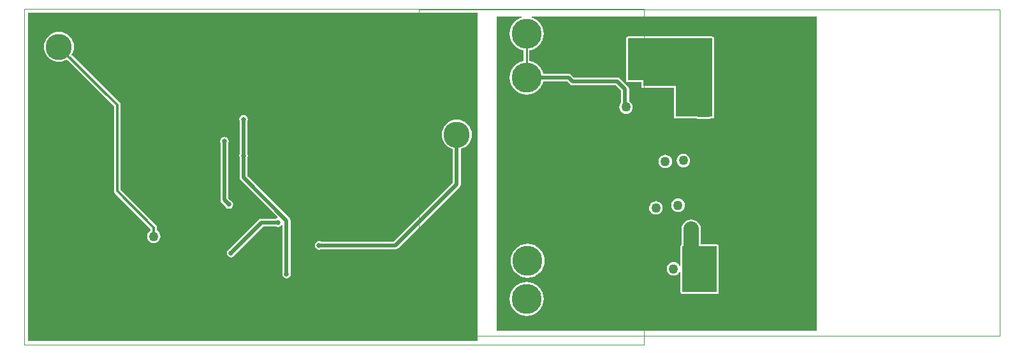
<source format=gbl>
G04*
G04 #@! TF.GenerationSoftware,Altium Limited,Altium Designer,19.1.1 (5)*
G04*
G04 Layer_Physical_Order=2*
G04 Layer_Color=16711680*
%FSLAX25Y25*%
%MOIN*%
G70*
G01*
G75*
%ADD23C,0.01400*%
%ADD24C,0.01000*%
%ADD25C,0.02000*%
%ADD33C,0.02500*%
%ADD34C,0.13700*%
%ADD35C,0.05000*%
%ADD36C,0.00100*%
%ADD37C,0.15700*%
%ADD38C,0.02800*%
%ADD39C,0.06000*%
%ADD40C,0.08000*%
%ADD41C,0.08000*%
G36*
X517300Y492410D02*
Y327610D01*
X349800D01*
Y409010D01*
X349800Y492410D01*
X362959D01*
X363034Y491910D01*
X362097Y491626D01*
X360560Y490804D01*
X359212Y489698D01*
X358106Y488351D01*
X357284Y486813D01*
X356778Y485145D01*
X356607Y483410D01*
X356778Y481675D01*
X357284Y480007D01*
X358106Y478469D01*
X359212Y477122D01*
X360560Y476016D01*
X362097Y475194D01*
X363765Y474688D01*
X363971Y474668D01*
Y469152D01*
X363765Y469132D01*
X362097Y468626D01*
X360560Y467804D01*
X359212Y466698D01*
X358106Y465351D01*
X357284Y463813D01*
X356778Y462145D01*
X356607Y460410D01*
X356778Y458675D01*
X357284Y457007D01*
X358106Y455469D01*
X359212Y454122D01*
X360560Y453016D01*
X362097Y452194D01*
X363765Y451688D01*
X365500Y451517D01*
X367235Y451688D01*
X368903Y452194D01*
X370441Y453016D01*
X371788Y454122D01*
X372894Y455469D01*
X373716Y457007D01*
X374130Y458371D01*
X386655D01*
X388058Y456968D01*
X388720Y456526D01*
X389500Y456371D01*
X412155D01*
X414961Y453565D01*
Y447350D01*
X414443Y446675D01*
X414090Y445824D01*
X413970Y444910D01*
X414090Y443996D01*
X414443Y443145D01*
X415004Y442414D01*
X415735Y441853D01*
X416586Y441500D01*
X417500Y441380D01*
X418414Y441500D01*
X419265Y441853D01*
X419996Y442414D01*
X420557Y443145D01*
X420910Y443996D01*
X421030Y444910D01*
X420910Y445824D01*
X420557Y446675D01*
X419996Y447406D01*
X419265Y447967D01*
X419039Y448061D01*
Y454410D01*
X418884Y455190D01*
X418442Y455852D01*
X414442Y459852D01*
X413780Y460294D01*
X413000Y460449D01*
X390345D01*
X388942Y461852D01*
X388280Y462294D01*
X387500Y462449D01*
X374130D01*
X373716Y463813D01*
X372894Y465351D01*
X371788Y466698D01*
X370441Y467804D01*
X368903Y468626D01*
X367235Y469132D01*
X367030Y469152D01*
Y474668D01*
X367235Y474688D01*
X368903Y475194D01*
X370441Y476016D01*
X371788Y477122D01*
X372894Y478469D01*
X373716Y480007D01*
X374222Y481675D01*
X374393Y483410D01*
X374222Y485145D01*
X373716Y486813D01*
X372894Y488351D01*
X371788Y489698D01*
X370441Y490804D01*
X368903Y491626D01*
X367967Y491910D01*
X368041Y492410D01*
X517300Y492410D01*
D02*
G37*
G36*
X340000Y322500D02*
X105000D01*
Y494500D01*
X340000D01*
Y322500D01*
D02*
G37*
%LPC*%
G36*
X462500Y481930D02*
X418500D01*
X418110Y481852D01*
X417779Y481631D01*
X417558Y481300D01*
X417481Y480910D01*
Y458910D01*
X417558Y458520D01*
X417779Y458189D01*
X418110Y457968D01*
X418500Y457890D01*
X425481D01*
Y455910D01*
X425558Y455520D01*
X425779Y455189D01*
X426110Y454968D01*
X426500Y454890D01*
X442481D01*
Y439910D01*
X442558Y439520D01*
X442779Y439189D01*
X443110Y438968D01*
X443500Y438890D01*
X454576D01*
X454610Y438868D01*
X455000Y438790D01*
X461200D01*
X461590Y438868D01*
X461624Y438890D01*
X462500D01*
X462890Y438968D01*
X463221Y439189D01*
X463442Y439520D01*
X463520Y439910D01*
Y480910D01*
X463442Y481300D01*
X463221Y481631D01*
X462890Y481852D01*
X462500Y481930D01*
D02*
G37*
G36*
X447500Y420440D02*
X446586Y420320D01*
X445735Y419967D01*
X445004Y419406D01*
X444443Y418675D01*
X444090Y417824D01*
X443970Y416910D01*
X444090Y415996D01*
X444443Y415145D01*
X445004Y414414D01*
X445735Y413853D01*
X446586Y413500D01*
X447500Y413380D01*
X448414Y413500D01*
X449265Y413853D01*
X449996Y414414D01*
X450557Y415145D01*
X450910Y415996D01*
X451030Y416910D01*
X450910Y417824D01*
X450557Y418675D01*
X449996Y419406D01*
X449265Y419967D01*
X448414Y420320D01*
X447500Y420440D01*
D02*
G37*
G36*
X438000Y419940D02*
X437086Y419820D01*
X436235Y419467D01*
X435504Y418906D01*
X434943Y418175D01*
X434590Y417324D01*
X434470Y416410D01*
X434590Y415496D01*
X434943Y414645D01*
X435504Y413914D01*
X436235Y413353D01*
X437086Y413000D01*
X438000Y412880D01*
X438914Y413000D01*
X439765Y413353D01*
X440496Y413914D01*
X441057Y414645D01*
X441410Y415496D01*
X441530Y416410D01*
X441410Y417324D01*
X441057Y418175D01*
X440496Y418906D01*
X439765Y419467D01*
X438914Y419820D01*
X438000Y419940D01*
D02*
G37*
G36*
X444700Y397040D02*
X443786Y396920D01*
X442935Y396567D01*
X442204Y396006D01*
X441643Y395275D01*
X441290Y394424D01*
X441170Y393510D01*
X441290Y392596D01*
X441643Y391745D01*
X442204Y391014D01*
X442935Y390453D01*
X443786Y390100D01*
X444700Y389980D01*
X445614Y390100D01*
X446465Y390453D01*
X447196Y391014D01*
X447757Y391745D01*
X448110Y392596D01*
X448230Y393510D01*
X448110Y394424D01*
X447757Y395275D01*
X447196Y396006D01*
X446465Y396567D01*
X445614Y396920D01*
X444700Y397040D01*
D02*
G37*
G36*
X433100Y395640D02*
X432186Y395520D01*
X431335Y395167D01*
X430604Y394606D01*
X430043Y393875D01*
X429690Y393024D01*
X429570Y392110D01*
X429690Y391196D01*
X430043Y390345D01*
X430604Y389614D01*
X431335Y389053D01*
X432186Y388700D01*
X433100Y388580D01*
X434014Y388700D01*
X434865Y389053D01*
X435596Y389614D01*
X436157Y390345D01*
X436510Y391196D01*
X436630Y392110D01*
X436510Y393024D01*
X436157Y393875D01*
X435596Y394606D01*
X434865Y395167D01*
X434014Y395520D01*
X433100Y395640D01*
D02*
G37*
G36*
X451500Y385953D02*
X450195Y385781D01*
X448979Y385278D01*
X447934Y384476D01*
X447133Y383432D01*
X446629Y382215D01*
X446457Y380910D01*
Y372750D01*
X446279Y372631D01*
X446058Y372300D01*
X445981Y371910D01*
Y361777D01*
X445480Y361678D01*
X445357Y361975D01*
X444796Y362706D01*
X444065Y363267D01*
X443214Y363620D01*
X442300Y363740D01*
X441386Y363620D01*
X440535Y363267D01*
X439804Y362706D01*
X439243Y361975D01*
X438890Y361124D01*
X438770Y360210D01*
X438890Y359296D01*
X439243Y358445D01*
X439804Y357714D01*
X440535Y357153D01*
X441386Y356800D01*
X442300Y356680D01*
X443214Y356800D01*
X444065Y357153D01*
X444796Y357714D01*
X445357Y358445D01*
X445480Y358742D01*
X445981Y358643D01*
Y347910D01*
X446058Y347520D01*
X446279Y347189D01*
X446610Y346968D01*
X447000Y346890D01*
X465000D01*
X465390Y346968D01*
X465721Y347189D01*
X465942Y347520D01*
X466020Y347910D01*
Y371910D01*
X465942Y372300D01*
X465721Y372631D01*
X465390Y372852D01*
X465000Y372930D01*
X456543D01*
Y380910D01*
X456371Y382215D01*
X455868Y383432D01*
X455066Y384476D01*
X454022Y385278D01*
X452805Y385781D01*
X451500Y385953D01*
D02*
G37*
G36*
X366000Y373303D02*
X364265Y373132D01*
X362597Y372626D01*
X361059Y371804D01*
X359712Y370698D01*
X358606Y369351D01*
X357784Y367813D01*
X357278Y366145D01*
X357107Y364410D01*
X357278Y362675D01*
X357784Y361007D01*
X358606Y359469D01*
X359712Y358122D01*
X361059Y357016D01*
X362597Y356194D01*
X364265Y355688D01*
X366000Y355517D01*
X367735Y355688D01*
X369403Y356194D01*
X370941Y357016D01*
X372288Y358122D01*
X373394Y359469D01*
X374216Y361007D01*
X374722Y362675D01*
X374893Y364410D01*
X374722Y366145D01*
X374216Y367813D01*
X373394Y369351D01*
X372288Y370698D01*
X370941Y371804D01*
X369403Y372626D01*
X367735Y373132D01*
X366000Y373303D01*
D02*
G37*
G36*
X365500Y353303D02*
X363765Y353132D01*
X362097Y352626D01*
X360560Y351804D01*
X359212Y350698D01*
X358106Y349351D01*
X357284Y347813D01*
X356778Y346145D01*
X356607Y344410D01*
X356778Y342675D01*
X357284Y341007D01*
X358106Y339469D01*
X359212Y338122D01*
X360560Y337016D01*
X362097Y336194D01*
X363765Y335688D01*
X365500Y335517D01*
X367235Y335688D01*
X368903Y336194D01*
X370441Y337016D01*
X371788Y338122D01*
X372894Y339469D01*
X373716Y341007D01*
X374222Y342675D01*
X374393Y344410D01*
X374222Y346145D01*
X373716Y347813D01*
X372894Y349351D01*
X371788Y350698D01*
X370441Y351804D01*
X368903Y352626D01*
X367235Y353132D01*
X365500Y353303D01*
D02*
G37*
%LPD*%
G36*
X462500Y439910D02*
X461200D01*
Y439810D01*
X455000D01*
Y439910D01*
X443500D01*
Y455910D01*
X426500D01*
Y458910D01*
X418500D01*
Y480910D01*
X462500D01*
Y439910D01*
D02*
G37*
G36*
X465000Y347910D02*
X447000D01*
Y371910D01*
X465000D01*
Y347910D01*
D02*
G37*
%LPC*%
G36*
X207500Y429294D02*
X206622Y429119D01*
X205878Y428622D01*
X205381Y427878D01*
X205206Y427000D01*
X205381Y426122D01*
X205461Y426002D01*
Y396300D01*
X205616Y395520D01*
X206058Y394858D01*
X207752Y393164D01*
X207781Y393022D01*
X208278Y392278D01*
X209022Y391780D01*
X209900Y391606D01*
X210778Y391780D01*
X211522Y392278D01*
X212019Y393022D01*
X212194Y393900D01*
X212019Y394778D01*
X211522Y395522D01*
X210778Y396020D01*
X210636Y396048D01*
X209539Y397145D01*
Y426002D01*
X209619Y426122D01*
X209794Y427000D01*
X209619Y427878D01*
X209122Y428622D01*
X208378Y429119D01*
X207500Y429294D01*
D02*
G37*
G36*
X329000Y438388D02*
X327461Y438236D01*
X325981Y437787D01*
X324618Y437059D01*
X323422Y436078D01*
X322441Y434882D01*
X321712Y433519D01*
X321264Y432039D01*
X321112Y430500D01*
X321264Y428961D01*
X321712Y427481D01*
X322441Y426118D01*
X323422Y424922D01*
X324618Y423941D01*
X325981Y423212D01*
X326961Y422915D01*
Y405345D01*
X296155Y374539D01*
X257998D01*
X257878Y374620D01*
X257000Y374794D01*
X256122Y374620D01*
X255378Y374122D01*
X254880Y373378D01*
X254706Y372500D01*
X254880Y371622D01*
X255378Y370878D01*
X256122Y370380D01*
X257000Y370206D01*
X257878Y370380D01*
X257998Y370461D01*
X297000D01*
X297780Y370616D01*
X298442Y371058D01*
X330442Y403058D01*
X330884Y403720D01*
X331039Y404500D01*
Y422915D01*
X332019Y423212D01*
X333382Y423941D01*
X334578Y424922D01*
X335559Y426118D01*
X336287Y427481D01*
X336736Y428961D01*
X336888Y430500D01*
X336736Y432039D01*
X336287Y433519D01*
X335559Y434882D01*
X334578Y436078D01*
X333382Y437059D01*
X332019Y437787D01*
X330539Y438236D01*
X329000Y438388D01*
D02*
G37*
G36*
X121000Y484388D02*
X119461Y484236D01*
X117981Y483787D01*
X116618Y483059D01*
X115422Y482078D01*
X114441Y480882D01*
X113713Y479519D01*
X113264Y478039D01*
X113112Y476500D01*
X113264Y474961D01*
X113713Y473481D01*
X114441Y472118D01*
X115422Y470922D01*
X116618Y469941D01*
X117981Y469212D01*
X119461Y468764D01*
X121000Y468612D01*
X122539Y468764D01*
X124019Y469212D01*
X125203Y469846D01*
X149767Y445282D01*
Y400900D01*
X149899Y400237D01*
X150274Y399674D01*
X168867Y381082D01*
Y380270D01*
X168835Y380257D01*
X168104Y379696D01*
X167543Y378965D01*
X167190Y378114D01*
X167070Y377200D01*
X167190Y376286D01*
X167543Y375435D01*
X168104Y374704D01*
X168835Y374143D01*
X169686Y373790D01*
X170600Y373670D01*
X171514Y373790D01*
X172365Y374143D01*
X173096Y374704D01*
X173657Y375435D01*
X174010Y376286D01*
X174130Y377200D01*
X174010Y378114D01*
X173657Y378965D01*
X173096Y379696D01*
X172365Y380257D01*
X172333Y380270D01*
Y381800D01*
X172201Y382463D01*
X171826Y383026D01*
X153233Y401618D01*
Y446000D01*
X153101Y446663D01*
X152726Y447226D01*
X127654Y472297D01*
X128287Y473481D01*
X128736Y474961D01*
X128888Y476500D01*
X128736Y478039D01*
X128287Y479519D01*
X127559Y480882D01*
X126578Y482078D01*
X125382Y483059D01*
X124019Y483787D01*
X122539Y484236D01*
X121000Y484388D01*
D02*
G37*
G36*
X217500Y440794D02*
X216622Y440619D01*
X215878Y440122D01*
X215381Y439378D01*
X215206Y438500D01*
X215381Y437622D01*
X215461Y437502D01*
Y420498D01*
X215381Y420378D01*
X215206Y419500D01*
X215381Y418622D01*
X215461Y418502D01*
Y408000D01*
X215616Y407220D01*
X216058Y406558D01*
X235343Y387273D01*
X235179Y386730D01*
X234622Y386619D01*
X234502Y386539D01*
X227000D01*
X226220Y386384D01*
X225558Y385942D01*
X210264Y370648D01*
X210122Y370620D01*
X209378Y370122D01*
X208880Y369378D01*
X208706Y368500D01*
X208880Y367622D01*
X209378Y366878D01*
X210122Y366381D01*
X211000Y366206D01*
X211878Y366381D01*
X212622Y366878D01*
X213120Y367622D01*
X213148Y367764D01*
X227845Y382461D01*
X234502D01*
X234622Y382381D01*
X235500Y382206D01*
X236378Y382381D01*
X237122Y382878D01*
X237461Y383385D01*
X237961Y383233D01*
Y358498D01*
X237880Y358378D01*
X237706Y357500D01*
X237880Y356622D01*
X238378Y355878D01*
X239122Y355381D01*
X240000Y355206D01*
X240878Y355381D01*
X241622Y355878D01*
X242120Y356622D01*
X242294Y357500D01*
X242120Y358378D01*
X242039Y358498D01*
Y385500D01*
X242039Y385500D01*
X241884Y386280D01*
X241442Y386942D01*
X241442Y386942D01*
X219539Y408845D01*
Y418502D01*
X219619Y418622D01*
X219794Y419500D01*
X219619Y420378D01*
X219539Y420498D01*
Y437502D01*
X219619Y437622D01*
X219794Y438500D01*
X219619Y439378D01*
X219122Y440122D01*
X218378Y440619D01*
X217500Y440794D01*
D02*
G37*
%LPD*%
D23*
X151500Y400900D02*
X170600Y381800D01*
Y377200D02*
Y381800D01*
Y377200D02*
X170900D01*
X151500Y400900D02*
Y446000D01*
X121000Y476500D02*
X151500Y446000D01*
D24*
X365500Y483410D02*
Y460410D01*
X422500Y411810D02*
X422200D01*
D25*
X207500Y396300D02*
Y427000D01*
Y396300D02*
X209900Y393900D01*
X217500Y419500D02*
Y438500D01*
Y408000D02*
Y419500D01*
X297000Y372500D02*
X329000Y404500D01*
Y430500D01*
X257000Y372500D02*
X297000D01*
X227000Y384500D02*
X235500D01*
X211000Y368500D02*
X227000Y384500D01*
X240000Y357500D02*
Y385500D01*
X217500Y408000D02*
X240000Y385500D01*
X367000Y485910D02*
X365500Y484410D01*
X389500Y458410D02*
X387500Y460410D01*
X413000Y458410D02*
X389500D01*
X417000Y454410D02*
X413000Y458410D01*
X417000Y454410D02*
Y445410D01*
X417500Y444910D02*
X417000Y445410D01*
X387500Y460410D02*
X365500D01*
X432000Y462910D02*
Y462410D01*
X432500Y462910D02*
X432000D01*
D33*
X217500Y419500D02*
D03*
X207500Y427000D02*
D03*
X243000Y344500D02*
D03*
X251000D02*
D03*
X157000Y416500D02*
D03*
X145000D02*
D03*
X137000D02*
D03*
X129000D02*
D03*
X121000D02*
D03*
X113000D02*
D03*
X311500Y361500D02*
D03*
Y343000D02*
D03*
Y332500D02*
D03*
Y368500D02*
D03*
Y353000D02*
D03*
X303500Y361500D02*
D03*
X303000Y352500D02*
D03*
Y342500D02*
D03*
Y332000D02*
D03*
X293500Y361500D02*
D03*
Y351500D02*
D03*
X295000Y342000D02*
D03*
X294500Y331000D02*
D03*
X284000Y360500D02*
D03*
Y351000D02*
D03*
X284500Y340000D02*
D03*
X283500Y330000D02*
D03*
X273500D02*
D03*
X173000Y416500D02*
D03*
X165000D02*
D03*
X257000Y372500D02*
D03*
X235500Y384500D02*
D03*
X211000Y368500D02*
D03*
X240000Y357500D02*
D03*
X217500Y438500D02*
D03*
X209900Y393900D02*
D03*
X225000Y362500D02*
D03*
Y358500D02*
D03*
Y354500D02*
D03*
D34*
X121000Y404500D02*
D03*
Y476500D02*
D03*
X329000Y430500D02*
D03*
X327000Y355500D02*
D03*
D35*
X170600Y377200D02*
D03*
X442300Y360210D02*
D03*
X447500Y416910D02*
D03*
X433100Y392110D02*
D03*
X488400Y357710D02*
D03*
X417500Y444910D02*
D03*
X488500Y365610D02*
D03*
X488400Y350210D02*
D03*
X451300Y355710D02*
D03*
X488700Y455510D02*
D03*
Y447410D02*
D03*
X447700Y447510D02*
D03*
X443600Y464710D02*
D03*
X422000Y462410D02*
D03*
X447700Y454510D02*
D03*
X432200Y476510D02*
D03*
X444700Y393510D02*
D03*
X438000Y416410D02*
D03*
D36*
X103000Y320500D02*
Y496500D01*
X427000D01*
Y320500D02*
Y496500D01*
X103000Y320500D02*
X427000D01*
X612800Y496210D02*
Y325000D01*
X309090D01*
Y496210D02*
Y325000D01*
X612800Y496210D02*
X309090D01*
D37*
X365500Y344410D02*
D03*
X366000Y364410D02*
D03*
X365500Y483410D02*
D03*
X506000Y339410D02*
D03*
X365500Y460410D02*
D03*
Y406410D02*
D03*
X506000Y478410D02*
D03*
X365500Y427410D02*
D03*
D38*
X498800Y404210D02*
D03*
X490800D02*
D03*
X482800Y403710D02*
D03*
X474300D02*
D03*
X474800Y408710D02*
D03*
X482800Y409210D02*
D03*
X490300D02*
D03*
X498300D02*
D03*
X482500Y398410D02*
D03*
X490500D02*
D03*
X498500Y414410D02*
D03*
X474500D02*
D03*
X482500D02*
D03*
X498500Y398410D02*
D03*
X490500Y414410D02*
D03*
X474500Y398410D02*
D03*
D39*
X394000Y382010D02*
D03*
X396500Y436310D02*
D03*
D40*
X451500Y370910D02*
D03*
Y380910D02*
D03*
D41*
Y370910D01*
M02*

</source>
